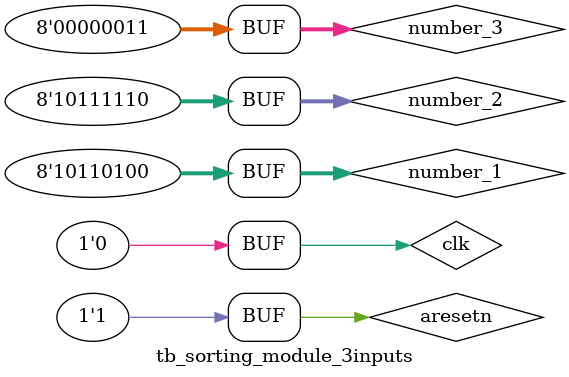
<source format=sv>
`timescale 1ns / 1ps


module tb_sorting_module_3inputs();

localparam N = 8;

logic [N-1:0] number_1;
logic [N-1:0] number_2;
logic [N-1:0] number_3;

logic [N-1:0] higher_value;
logic [N-1:0] median_value;
logic [N-1:0] lower_value;

logic                  clk;
logic                  aresetn;


sorting_module_3inputs #(
  .DATA_WIDTH ( N            )
) UUT (
  .i_clk      ( clk          ),
  .i_aresetn  ( aresetn      ),
  .in_1       ( number_1     ),
  .in_2       ( number_2     ),
  .in_3       ( number_3     ),

  .high       ( higher_value ),
  .med        ( median_value ),
  .low        ( lower_value  )   
);	

//simulation
always
  begin
    clk = 1; #5; clk = 0; #5;
  end


initial
  begin

    aresetn  = 1'b0;
    number_1 = 8'd0;  
    number_2 = 8'd0;
    number_3 = 8'd0;
    #7;
    aresetn  = 1'b1;
    number_1 = 8'd10; 
    number_2 = 8'd5;
    number_3 = 8'd7;
    #10;
    number_1 = 8'd100; 
    number_2 = 8'd255;
    number_3 = 8'd150;
    #10;
    number_1 = 8'd180; 
    number_2 = 8'd180;
    number_3 = 8'd180;
    #10;
    number_1 = 8'd180; 
    number_2 = 8'd20;
    number_3 = 8'd182;
    #10;
    number_1 = 8'd180; 
    number_2 = 8'd190;
    number_3 = 8'd3;

  end	

endmodule

</source>
